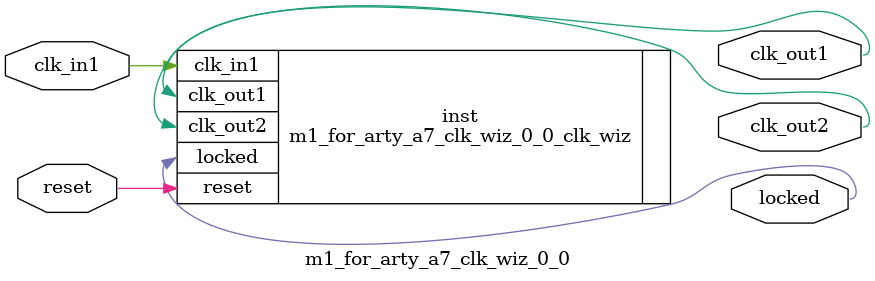
<source format=v>


`timescale 1ps/1ps

(* CORE_GENERATION_INFO = "m1_for_arty_a7_clk_wiz_0_0,clk_wiz_v6_0_2_0_0,{component_name=m1_for_arty_a7_clk_wiz_0_0,use_phase_alignment=true,use_min_o_jitter=false,use_max_i_jitter=false,use_dyn_phase_shift=false,use_inclk_switchover=false,use_dyn_reconfig=false,enable_axi=0,feedback_source=FDBK_AUTO,PRIMITIVE=MMCM,num_out_clk=2,clkin1_period=10.000,clkin2_period=10.000,use_power_down=false,use_reset=true,use_locked=true,use_inclk_stopped=false,feedback_type=SINGLE,CLOCK_MGR_TYPE=NA,manual_override=false}" *)

module m1_for_arty_a7_clk_wiz_0_0 
 (
  // Clock out ports
  output        clk_out1,
  output        clk_out2,
  // Status and control signals
  input         reset,
  output        locked,
 // Clock in ports
  input         clk_in1
 );

  m1_for_arty_a7_clk_wiz_0_0_clk_wiz inst
  (
  // Clock out ports  
  .clk_out1(clk_out1),
  .clk_out2(clk_out2),
  // Status and control signals               
  .reset(reset), 
  .locked(locked),
 // Clock in ports
  .clk_in1(clk_in1)
  );

endmodule

</source>
